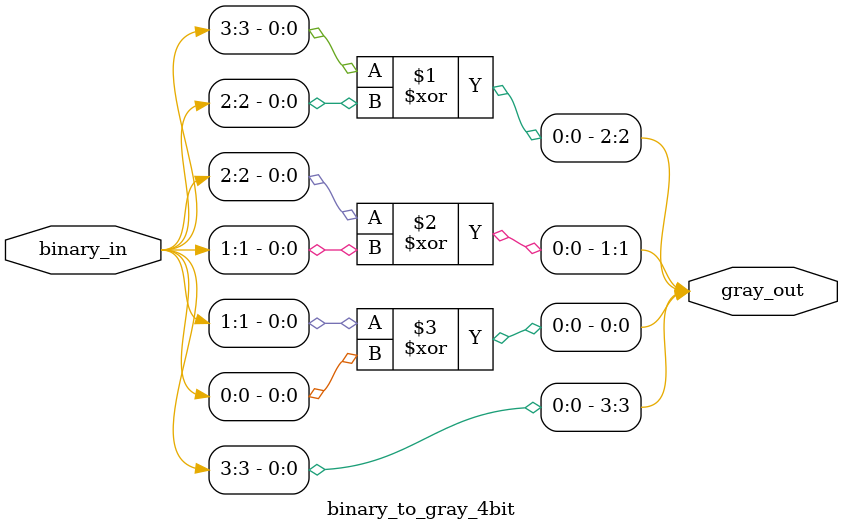
<source format=v>
`timescale 1ns / 1ps


module binary_to_gray_4bit(
    input [3:0] binary_in,
    output [3:0] gray_out
    );
    assign gray_out[3]=binary_in[3];
    assign gray_out[2]=binary_in[3]^binary_in[2];
    assign gray_out[1]=binary_in[2]^binary_in[1];
    assign gray_out[0]=binary_in[1]^binary_in[0];
    
endmodule

</source>
